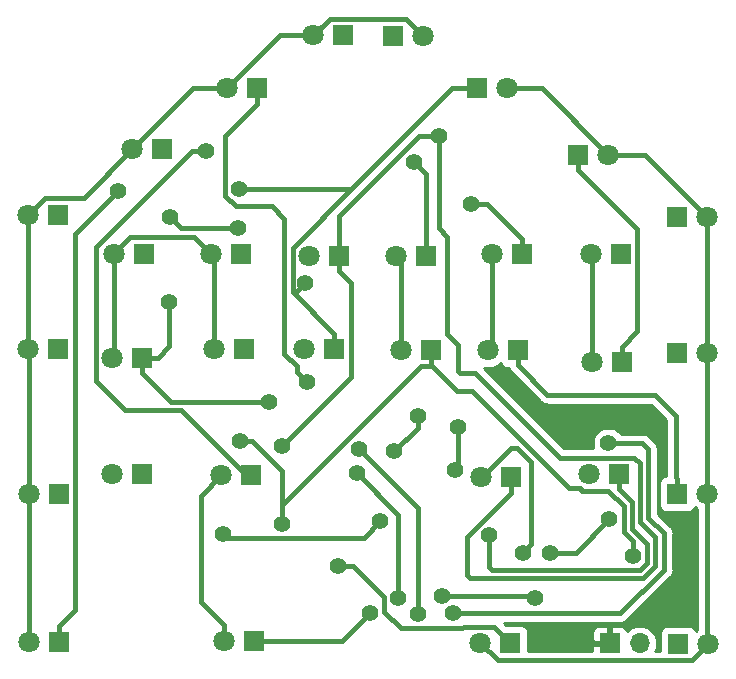
<source format=gbl>
%TF.GenerationSoftware,KiCad,Pcbnew,(5.1.4)-1*%
%TF.CreationDate,2021-08-29T09:46:42+03:00*%
%TF.ProjectId,ark,61726b2e-6b69-4636-9164-5f7063625858,rev?*%
%TF.SameCoordinates,Original*%
%TF.FileFunction,Copper,L2,Bot*%
%TF.FilePolarity,Positive*%
%FSLAX46Y46*%
G04 Gerber Fmt 4.6, Leading zero omitted, Abs format (unit mm)*
G04 Created by KiCad (PCBNEW (5.1.4)-1) date 2021-08-29 09:46:42*
%MOMM*%
%LPD*%
G04 APERTURE LIST*
%TA.AperFunction,ComponentPad*%
%ADD10R,1.700000X1.700000*%
%TD*%
%TA.AperFunction,ComponentPad*%
%ADD11O,1.700000X1.700000*%
%TD*%
%TA.AperFunction,ComponentPad*%
%ADD12R,1.800000X1.800000*%
%TD*%
%TA.AperFunction,ComponentPad*%
%ADD13C,1.800000*%
%TD*%
%TA.AperFunction,ViaPad*%
%ADD14C,1.400000*%
%TD*%
%TA.AperFunction,Conductor*%
%ADD15C,0.400000*%
%TD*%
%TA.AperFunction,Conductor*%
%ADD16C,0.254000*%
%TD*%
G04 APERTURE END LIST*
D10*
%TO.P,P3,1*%
%TO.N,GND*%
X276830000Y-156240000D03*
D11*
%TO.P,P3,2*%
%TO.N,VCC*%
X279370000Y-156240000D03*
%TD*%
D12*
%TO.P,D29,1*%
%TO.N,Net-(D13-Pad1)*%
X237270000Y-132090000D03*
D13*
%TO.P,D29,2*%
%TO.N,Net-(D25-Pad2)*%
X234730000Y-132090000D03*
%TD*%
D12*
%TO.P,D9,1*%
%TO.N,Net-(D1-Pad1)*%
X265580000Y-109280000D03*
D13*
%TO.P,D9,2*%
%TO.N,Net-(D10-Pad2)*%
X268120000Y-109280000D03*
%TD*%
%TO.P,D11,2*%
%TO.N,Net-(D10-Pad2)*%
X285100000Y-120130000D03*
D12*
%TO.P,D11,1*%
%TO.N,Net-(D11-Pad1)*%
X282560000Y-120130000D03*
%TD*%
%TO.P,D12,1*%
%TO.N,Net-(D12-Pad1)*%
X282560000Y-131690000D03*
D13*
%TO.P,D12,2*%
%TO.N,Net-(D10-Pad2)*%
X285100000Y-131690000D03*
%TD*%
%TO.P,D13,2*%
%TO.N,Net-(D10-Pad2)*%
X285100000Y-143620000D03*
D12*
%TO.P,D13,1*%
%TO.N,Net-(D13-Pad1)*%
X282560000Y-143620000D03*
%TD*%
D13*
%TO.P,D16,2*%
%TO.N,Net-(D10-Pad2)*%
X265960000Y-142200000D03*
D12*
%TO.P,D16,1*%
%TO.N,Net-(D16-Pad1)*%
X268500000Y-142200000D03*
%TD*%
%TO.P,D7,1*%
%TO.N,Net-(D15-Pad1)*%
X254280000Y-104770000D03*
D13*
%TO.P,D7,2*%
%TO.N,Net-(D1-Pad2)*%
X251740000Y-104770000D03*
%TD*%
%TO.P,D6,2*%
%TO.N,Net-(D1-Pad2)*%
X244440000Y-109280000D03*
D12*
%TO.P,D6,1*%
%TO.N,Net-(D14-Pad1)*%
X246980000Y-109280000D03*
%TD*%
D13*
%TO.P,D1,2*%
%TO.N,Net-(D1-Pad2)*%
X227660000Y-156130000D03*
D12*
%TO.P,D1,1*%
%TO.N,Net-(D1-Pad1)*%
X230200000Y-156130000D03*
%TD*%
%TO.P,D3,1*%
%TO.N,Net-(D11-Pad1)*%
X230150000Y-131370000D03*
D13*
%TO.P,D3,2*%
%TO.N,Net-(D1-Pad2)*%
X227610000Y-131370000D03*
%TD*%
%TO.P,D4,2*%
%TO.N,Net-(D1-Pad2)*%
X227630000Y-119960000D03*
D12*
%TO.P,D4,1*%
%TO.N,Net-(D12-Pad1)*%
X230170000Y-119960000D03*
%TD*%
%TO.P,D2,1*%
%TO.N,Net-(D10-Pad1)*%
X230210000Y-143610000D03*
D13*
%TO.P,D2,2*%
%TO.N,Net-(D1-Pad2)*%
X227670000Y-143610000D03*
%TD*%
D12*
%TO.P,D5,1*%
%TO.N,Net-(D13-Pad1)*%
X238970000Y-114430000D03*
D13*
%TO.P,D5,2*%
%TO.N,Net-(D1-Pad2)*%
X236430000Y-114430000D03*
%TD*%
D12*
%TO.P,D14,1*%
%TO.N,Net-(D14-Pad1)*%
X282640000Y-156310000D03*
D13*
%TO.P,D14,2*%
%TO.N,Net-(D10-Pad2)*%
X285180000Y-156310000D03*
%TD*%
D12*
%TO.P,D15,1*%
%TO.N,Net-(D15-Pad1)*%
X268430000Y-156250000D03*
D13*
%TO.P,D15,2*%
%TO.N,Net-(D10-Pad2)*%
X265890000Y-156250000D03*
%TD*%
%TO.P,D17,2*%
%TO.N,Net-(D17-Pad2)*%
X275100000Y-141930000D03*
D12*
%TO.P,D17,1*%
%TO.N,Net-(D1-Pad1)*%
X277640000Y-141930000D03*
%TD*%
%TO.P,D18,1*%
%TO.N,Net-(D10-Pad1)*%
X277850000Y-132480000D03*
D13*
%TO.P,D18,2*%
%TO.N,Net-(D17-Pad2)*%
X275310000Y-132480000D03*
%TD*%
D12*
%TO.P,D19,1*%
%TO.N,Net-(D11-Pad1)*%
X277780000Y-123290000D03*
D13*
%TO.P,D19,2*%
%TO.N,Net-(D17-Pad2)*%
X275240000Y-123290000D03*
%TD*%
D12*
%TO.P,D20,1*%
%TO.N,Net-(D12-Pad1)*%
X269440000Y-123320000D03*
D13*
%TO.P,D20,2*%
%TO.N,Net-(D17-Pad2)*%
X266900000Y-123320000D03*
%TD*%
%TO.P,D21,2*%
%TO.N,Net-(D17-Pad2)*%
X266560000Y-131430000D03*
D12*
%TO.P,D21,1*%
%TO.N,Net-(D13-Pad1)*%
X269100000Y-131430000D03*
%TD*%
D13*
%TO.P,D22,2*%
%TO.N,Net-(D17-Pad2)*%
X259160000Y-131390000D03*
D12*
%TO.P,D22,1*%
%TO.N,Net-(D14-Pad1)*%
X261700000Y-131390000D03*
%TD*%
%TO.P,D23,1*%
%TO.N,Net-(D15-Pad1)*%
X261300000Y-123460000D03*
D13*
%TO.P,D23,2*%
%TO.N,Net-(D17-Pad2)*%
X258760000Y-123460000D03*
%TD*%
%TO.P,D24,2*%
%TO.N,Net-(D17-Pad2)*%
X251400000Y-123460000D03*
D12*
%TO.P,D24,1*%
%TO.N,Net-(D16-Pad1)*%
X253940000Y-123460000D03*
%TD*%
D13*
%TO.P,D25,2*%
%TO.N,Net-(D25-Pad2)*%
X250990000Y-131360000D03*
D12*
%TO.P,D25,1*%
%TO.N,Net-(D1-Pad1)*%
X253530000Y-131360000D03*
%TD*%
%TO.P,D26,1*%
%TO.N,Net-(D10-Pad1)*%
X245890000Y-131360000D03*
D13*
%TO.P,D26,2*%
%TO.N,Net-(D25-Pad2)*%
X243350000Y-131360000D03*
%TD*%
D12*
%TO.P,D27,1*%
%TO.N,Net-(D11-Pad1)*%
X245630000Y-123290000D03*
D13*
%TO.P,D27,2*%
%TO.N,Net-(D25-Pad2)*%
X243090000Y-123290000D03*
%TD*%
%TO.P,D30,2*%
%TO.N,Net-(D25-Pad2)*%
X234750000Y-141890000D03*
D12*
%TO.P,D30,1*%
%TO.N,Net-(D14-Pad1)*%
X237290000Y-141890000D03*
%TD*%
%TO.P,D31,1*%
%TO.N,Net-(D15-Pad1)*%
X246500000Y-142030000D03*
D13*
%TO.P,D31,2*%
%TO.N,Net-(D25-Pad2)*%
X243960000Y-142030000D03*
%TD*%
%TO.P,D8,2*%
%TO.N,Net-(D1-Pad2)*%
X261040000Y-104810000D03*
D12*
%TO.P,D8,1*%
%TO.N,Net-(D16-Pad1)*%
X258500000Y-104810000D03*
%TD*%
%TO.P,D10,1*%
%TO.N,Net-(D10-Pad1)*%
X274190000Y-114880000D03*
D13*
%TO.P,D10,2*%
%TO.N,Net-(D10-Pad2)*%
X276730000Y-114880000D03*
%TD*%
D12*
%TO.P,D28,1*%
%TO.N,Net-(D12-Pad1)*%
X237390000Y-123290000D03*
D13*
%TO.P,D28,2*%
%TO.N,Net-(D25-Pad2)*%
X234850000Y-123290000D03*
%TD*%
D12*
%TO.P,D32,1*%
%TO.N,Net-(D16-Pad1)*%
X246710000Y-156020000D03*
D13*
%TO.P,D32,2*%
%TO.N,Net-(D25-Pad2)*%
X244170000Y-156020000D03*
%TD*%
D14*
%TO.N,Net-(D1-Pad1)*%
X245490000Y-117830000D03*
X235230000Y-117990000D03*
X251030000Y-125710000D03*
X266600000Y-147110000D03*
%TO.N,Net-(D10-Pad1)*%
X263556481Y-153715356D03*
X276740000Y-139329999D03*
%TO.N,Net-(D11-Pad1)*%
X257432613Y-145939671D03*
X244120000Y-146980000D03*
%TO.N,Net-(D12-Pad1)*%
X265140000Y-119040000D03*
X245370000Y-121070000D03*
X239660000Y-120160000D03*
X262630000Y-152290000D03*
X270479756Y-152383624D03*
X271780000Y-148590000D03*
X276814981Y-145740000D03*
%TO.N,Net-(D13-Pad1)*%
X247960000Y-135840000D03*
X239570000Y-127380000D03*
%TO.N,Net-(D14-Pad1)*%
X245540000Y-139110000D03*
X249120000Y-146140000D03*
X278810000Y-148860000D03*
X251220000Y-134170000D03*
%TO.N,Net-(D15-Pad1)*%
X260300000Y-115490000D03*
X253880000Y-149720000D03*
X242640000Y-114610000D03*
%TO.N,Net-(D16-Pad1)*%
X262380000Y-113340000D03*
X249080000Y-139580000D03*
X256540000Y-153670000D03*
%TO.N,Net-(D10-Pad2)*%
X269510000Y-148590000D03*
%TO.N,Net-(IC1-Pad17)*%
X264040000Y-137920000D03*
X263740000Y-141550000D03*
%TO.N,Net-(IC1-Pad18)*%
X260580000Y-137040000D03*
X258620000Y-139960000D03*
%TO.N,Net-(IC1-Pad1)*%
X255650000Y-139820000D03*
X260650000Y-153780000D03*
%TO.N,Net-(IC1-Pad2)*%
X258960000Y-152410000D03*
X255410000Y-141810000D03*
%TD*%
D15*
%TO.N,Net-(D1-Pad1)*%
X253530000Y-130060000D02*
X253530000Y-131360000D01*
X249999999Y-126529999D02*
X253530000Y-130060000D01*
X249999999Y-122787999D02*
X249999999Y-126529999D01*
X265580000Y-109280000D02*
X263507998Y-109280000D01*
X254957998Y-117830000D02*
X255133999Y-117653999D01*
X263507998Y-109280000D02*
X255133999Y-117653999D01*
X255133999Y-117653999D02*
X249999999Y-122787999D01*
X245490000Y-117830000D02*
X254957998Y-117830000D01*
X231610001Y-121609999D02*
X235230000Y-117990000D01*
X231610001Y-153419999D02*
X231610001Y-121609999D01*
X230200000Y-156130000D02*
X230200000Y-154830000D01*
X230200000Y-154830000D02*
X231610001Y-153419999D01*
X250119999Y-126409999D02*
X249999999Y-126529999D01*
X250330001Y-126409999D02*
X250119999Y-126409999D01*
X251030000Y-125710000D02*
X250330001Y-126409999D01*
X266600000Y-149760000D02*
X266600000Y-147110000D01*
X266900001Y-150060001D02*
X266600000Y-149760000D01*
X279386001Y-150060001D02*
X266900001Y-150060001D01*
X277640000Y-141930000D02*
X277640000Y-143230000D01*
X277640000Y-143230000D02*
X278714991Y-144304991D01*
X278714991Y-144304991D02*
X278714991Y-146544991D01*
X278714991Y-146544991D02*
X280010001Y-147840001D01*
X280010001Y-147840001D02*
X280010001Y-149436001D01*
X280010001Y-149436001D02*
X279386001Y-150060001D01*
%TO.N,Net-(D1-Pad2)*%
X227660000Y-143620000D02*
X227670000Y-143610000D01*
X227660000Y-156130000D02*
X227660000Y-143620000D01*
X227670000Y-131430000D02*
X227610000Y-131370000D01*
X227670000Y-143610000D02*
X227670000Y-131430000D01*
X227610000Y-119980000D02*
X227630000Y-119960000D01*
X227610000Y-131370000D02*
X227610000Y-119980000D01*
X241580000Y-109280000D02*
X244440000Y-109280000D01*
X236430000Y-114430000D02*
X241580000Y-109280000D01*
X248950000Y-104770000D02*
X251740000Y-104770000D01*
X244440000Y-109280000D02*
X248950000Y-104770000D01*
X260140001Y-103910001D02*
X261040000Y-104810000D01*
X259599999Y-103369999D02*
X260140001Y-103910001D01*
X253140001Y-103369999D02*
X259599999Y-103369999D01*
X251740000Y-104770000D02*
X253140001Y-103369999D01*
X228529999Y-119060001D02*
X227630000Y-119960000D01*
X229030001Y-118559999D02*
X228529999Y-119060001D01*
X232300001Y-118559999D02*
X229030001Y-118559999D01*
X236430000Y-114430000D02*
X232300001Y-118559999D01*
%TO.N,Net-(D10-Pad1)*%
X277850000Y-131180000D02*
X277850000Y-132480000D01*
X279180001Y-129849999D02*
X277850000Y-131180000D01*
X279180001Y-121170001D02*
X279180001Y-129849999D01*
X274190000Y-116180000D02*
X279180001Y-121170001D01*
X274190000Y-114880000D02*
X274190000Y-116180000D01*
X263556481Y-153715356D02*
X277710572Y-153715356D01*
X281410021Y-150015907D02*
X281410021Y-146950058D01*
X281410021Y-146950058D02*
X280115011Y-145655048D01*
X280115011Y-145655048D02*
X280115011Y-139845011D01*
X277710572Y-153715356D02*
X281410021Y-150015907D01*
X280115011Y-139845011D02*
X279599999Y-139329999D01*
X279599999Y-139329999D02*
X276740000Y-139329999D01*
%TO.N,Net-(D11-Pad1)*%
X244480001Y-147340001D02*
X244120000Y-146980000D01*
X257432613Y-145939671D02*
X256032283Y-147340001D01*
X256032283Y-147340001D02*
X244480001Y-147340001D01*
%TO.N,Net-(D12-Pad1)*%
X266460000Y-119040000D02*
X265140000Y-119040000D01*
X269440000Y-123320000D02*
X269440000Y-122020000D01*
X269440000Y-122020000D02*
X266460000Y-119040000D01*
X245370000Y-121070000D02*
X240570000Y-121070000D01*
X240570000Y-121070000D02*
X239660000Y-120160000D01*
X262630000Y-152290000D02*
X270386132Y-152290000D01*
X270386132Y-152290000D02*
X270479756Y-152383624D01*
X271780000Y-148590000D02*
X273964981Y-148590000D01*
X273964981Y-148590000D02*
X276814981Y-145740000D01*
%TO.N,Net-(D13-Pad1)*%
X237270000Y-133390000D02*
X237270000Y-132090000D01*
X239720000Y-135840000D02*
X237270000Y-133390000D01*
X247960000Y-135840000D02*
X239720000Y-135840000D01*
X238570000Y-132090000D02*
X237270000Y-132090000D01*
X239570000Y-131090000D02*
X238570000Y-132090000D01*
X239570000Y-127380000D02*
X239570000Y-131090000D01*
X269100000Y-132730000D02*
X269100000Y-131430000D01*
X282560000Y-143620000D02*
X282560000Y-142320000D01*
X282560000Y-142320000D02*
X282430000Y-142190000D01*
X282430000Y-142190000D02*
X282430000Y-136970000D01*
X282430000Y-136970000D02*
X280670010Y-135210010D01*
X280670010Y-135210010D02*
X271580010Y-135210010D01*
X271580010Y-135210010D02*
X269100000Y-132730000D01*
%TO.N,Net-(D14-Pad1)*%
X249120000Y-141700051D02*
X249120000Y-146140000D01*
X245540000Y-139110000D02*
X246529949Y-139110000D01*
X246529949Y-139110000D02*
X249120000Y-141700051D01*
X261700000Y-132690000D02*
X261700000Y-131390000D01*
X261599999Y-132790001D02*
X261700000Y-132690000D01*
X249120000Y-145150051D02*
X249120000Y-146140000D01*
X249120000Y-144573998D02*
X249120000Y-145150051D01*
X260903997Y-132790001D02*
X249120000Y-144573998D01*
X261599999Y-132790001D02*
X260903997Y-132790001D01*
X244289999Y-118370001D02*
X244289999Y-113270001D01*
X244289999Y-113270001D02*
X246980000Y-110580000D01*
X250347999Y-132790001D02*
X249299989Y-131741991D01*
X249299989Y-131741991D02*
X249299989Y-120299989D01*
X249299989Y-120299989D02*
X248250000Y-119250000D01*
X246980000Y-110580000D02*
X246980000Y-109280000D01*
X248250000Y-119250000D02*
X245169998Y-119250000D01*
X245169998Y-119250000D02*
X244289999Y-118370001D01*
X250347999Y-132790001D02*
X250347999Y-133297999D01*
X250347999Y-133297999D02*
X251220000Y-134170000D01*
X261790003Y-132790001D02*
X261599999Y-132790001D01*
X278810000Y-148860000D02*
X278810000Y-147629962D01*
X278810000Y-147629962D02*
X278014981Y-146834944D01*
X278014981Y-144664981D02*
X276680001Y-143330001D01*
X276680001Y-143330001D02*
X274510039Y-143330001D01*
X278014981Y-146834944D02*
X278014981Y-144664981D01*
X274510039Y-143330001D02*
X274325037Y-143144999D01*
X265160001Y-134889999D02*
X273415001Y-143144999D01*
X263890001Y-134889999D02*
X265160001Y-134889999D01*
X274325037Y-143144999D02*
X273415001Y-143144999D01*
X263890001Y-134889999D02*
X261790003Y-132790001D01*
%TO.N,Net-(D15-Pad1)*%
X261300000Y-123460000D02*
X261300000Y-116490000D01*
X261300000Y-116490000D02*
X260300000Y-115490000D01*
X233329999Y-122737999D02*
X241457998Y-114610000D01*
X241457998Y-114610000D02*
X242640000Y-114610000D01*
X267029999Y-154849999D02*
X268430000Y-156250000D01*
X264509999Y-154849999D02*
X267029999Y-154849999D01*
X264379997Y-154980001D02*
X264509999Y-154849999D01*
X259140001Y-154980001D02*
X264379997Y-154980001D01*
X235850010Y-136540010D02*
X233329999Y-134019999D01*
X240542012Y-136540010D02*
X235850010Y-136540010D01*
X246032002Y-142030000D02*
X240542012Y-136540010D01*
X246500000Y-142030000D02*
X246032002Y-142030000D01*
X233329999Y-134019999D02*
X233329999Y-122737999D01*
X257759999Y-153599999D02*
X257759999Y-152349999D01*
X259140001Y-154980001D02*
X257759999Y-153599999D01*
X255130000Y-149720000D02*
X253880000Y-149720000D01*
X257759999Y-152349999D02*
X255130000Y-149720000D01*
%TO.N,Net-(D16-Pad1)*%
X260673998Y-113340000D02*
X262380000Y-113340000D01*
X253940000Y-123460000D02*
X253940000Y-120073998D01*
X253940000Y-120073998D02*
X260673998Y-113340000D01*
X253940000Y-124760000D02*
X253940000Y-123460000D01*
X254930001Y-125750001D02*
X253940000Y-124760000D01*
X254930001Y-133729999D02*
X254930001Y-125750001D01*
X249080000Y-139580000D02*
X254930001Y-133729999D01*
X254190000Y-156020000D02*
X246710000Y-156020000D01*
X256540000Y-153670000D02*
X254190000Y-156020000D01*
X263079999Y-121819999D02*
X262380000Y-121120000D01*
X263079999Y-130069997D02*
X263079999Y-121819999D01*
X262380000Y-121120000D02*
X262380000Y-113340000D01*
X280710011Y-149725954D02*
X280710011Y-147240011D01*
X265060011Y-150760011D02*
X279675954Y-150760011D01*
X279415001Y-141004999D02*
X278940001Y-140529999D01*
X264740000Y-150440000D02*
X265060011Y-150760011D01*
X264740000Y-147260000D02*
X264740000Y-150440000D01*
X278940001Y-140529999D02*
X272609999Y-140529999D01*
X268500000Y-143500000D02*
X264740000Y-147260000D01*
X280710011Y-147240011D02*
X279415001Y-145945001D01*
X263995001Y-133185001D02*
X263995001Y-130984999D01*
X268500000Y-142200000D02*
X268500000Y-143500000D01*
X279415001Y-145945001D02*
X279415001Y-141004999D01*
X272609999Y-140529999D02*
X265430000Y-133350000D01*
X265430000Y-133350000D02*
X264160000Y-133350000D01*
X279675954Y-150760011D02*
X280710011Y-149725954D01*
X264160000Y-133350000D02*
X263995001Y-133185001D01*
X263995001Y-130984999D02*
X263079999Y-130069997D01*
%TO.N,Net-(D10-Pad2)*%
X271130000Y-109280000D02*
X276730000Y-114880000D01*
X268120000Y-109280000D02*
X271130000Y-109280000D01*
X279850000Y-114880000D02*
X285100000Y-120130000D01*
X276730000Y-114880000D02*
X279850000Y-114880000D01*
X285100000Y-121402792D02*
X285100000Y-131690000D01*
X285100000Y-120130000D02*
X285100000Y-121402792D01*
X285100000Y-132962792D02*
X285100000Y-143620000D01*
X285100000Y-131690000D02*
X285100000Y-132962792D01*
X285100000Y-156230000D02*
X285180000Y-156310000D01*
X285100000Y-143620000D02*
X285100000Y-156230000D01*
X284280001Y-157209999D02*
X285180000Y-156310000D01*
X283779999Y-157710001D02*
X284280001Y-157209999D01*
X267350001Y-157710001D02*
X283779999Y-157710001D01*
X265890000Y-156250000D02*
X267350001Y-157710001D01*
X266859999Y-141300001D02*
X265960000Y-142200000D01*
X268460000Y-139700000D02*
X266859999Y-141300001D01*
X268980040Y-139700000D02*
X268460000Y-139700000D01*
X270209999Y-140929959D02*
X268980040Y-139700000D01*
X270209999Y-147890001D02*
X270209999Y-140929959D01*
X269510000Y-148590000D02*
X270209999Y-147890001D01*
%TO.N,Net-(D17-Pad2)*%
X275310000Y-123360000D02*
X275240000Y-123290000D01*
X275310000Y-132480000D02*
X275310000Y-123360000D01*
X266900000Y-131090000D02*
X266560000Y-131430000D01*
X266900000Y-123320000D02*
X266900000Y-131090000D01*
X259160000Y-123860000D02*
X258760000Y-123460000D01*
X259160000Y-131390000D02*
X259160000Y-123860000D01*
%TO.N,Net-(D25-Pad2)*%
X243350000Y-123550000D02*
X243090000Y-123290000D01*
X243350000Y-131360000D02*
X243350000Y-123550000D01*
X235749999Y-122390001D02*
X234850000Y-123290000D01*
X236250001Y-121889999D02*
X235749999Y-122390001D01*
X241689999Y-121889999D02*
X236250001Y-121889999D01*
X243090000Y-123290000D02*
X241689999Y-121889999D01*
X234850000Y-131970000D02*
X234730000Y-132090000D01*
X234850000Y-123290000D02*
X234850000Y-131970000D01*
X244170000Y-154747208D02*
X242210000Y-152787208D01*
X244170000Y-156020000D02*
X244170000Y-154747208D01*
X242210000Y-143780000D02*
X243960000Y-142030000D01*
X242210000Y-152787208D02*
X242210000Y-143780000D01*
%TO.N,Net-(IC1-Pad17)*%
X264040000Y-137920000D02*
X264040000Y-141250000D01*
X264040000Y-141250000D02*
X263740000Y-141550000D01*
%TO.N,Net-(IC1-Pad18)*%
X260580000Y-137040000D02*
X260580000Y-138000000D01*
X260580000Y-138000000D02*
X258620000Y-139960000D01*
%TO.N,Net-(IC1-Pad1)*%
X260650000Y-144820000D02*
X255650000Y-139820000D01*
X260650000Y-153780000D02*
X260650000Y-144820000D01*
%TO.N,Net-(IC1-Pad2)*%
X258960000Y-145360000D02*
X255410000Y-141810000D01*
X258960000Y-152410000D02*
X258960000Y-145360000D01*
%TD*%
D16*
%TO.N,GND*%
G36*
X267610498Y-132574180D02*
G01*
X267669463Y-132684494D01*
X267748815Y-132781185D01*
X267845506Y-132860537D01*
X267955820Y-132919502D01*
X268075518Y-132955812D01*
X268200000Y-132968072D01*
X268299646Y-132968072D01*
X268324828Y-133051086D01*
X268402364Y-133196145D01*
X268506709Y-133323291D01*
X268538579Y-133349446D01*
X270960573Y-135771442D01*
X270986719Y-135803301D01*
X271018578Y-135829447D01*
X271018580Y-135829449D01*
X271052077Y-135856939D01*
X271113864Y-135907646D01*
X271258923Y-135985182D01*
X271416321Y-136032928D01*
X271538991Y-136045010D01*
X271538992Y-136045010D01*
X271580010Y-136049050D01*
X271621028Y-136045010D01*
X280324143Y-136045010D01*
X281595001Y-137315870D01*
X281595000Y-142088330D01*
X281535518Y-142094188D01*
X281415820Y-142130498D01*
X281305506Y-142189463D01*
X281208815Y-142268815D01*
X281129463Y-142365506D01*
X281070498Y-142475820D01*
X281034188Y-142595518D01*
X281021928Y-142720000D01*
X281021928Y-144520000D01*
X281034188Y-144644482D01*
X281070498Y-144764180D01*
X281129463Y-144874494D01*
X281208815Y-144971185D01*
X281305506Y-145050537D01*
X281415820Y-145109502D01*
X281535518Y-145145812D01*
X281660000Y-145158072D01*
X283460000Y-145158072D01*
X283584482Y-145145812D01*
X283704180Y-145109502D01*
X283814494Y-145050537D01*
X283911185Y-144971185D01*
X283990537Y-144874494D01*
X284049502Y-144764180D01*
X284055056Y-144745873D01*
X284121495Y-144812312D01*
X284265000Y-144908199D01*
X284265001Y-155075255D01*
X284201495Y-155117688D01*
X284135056Y-155184127D01*
X284129502Y-155165820D01*
X284070537Y-155055506D01*
X283991185Y-154958815D01*
X283894494Y-154879463D01*
X283784180Y-154820498D01*
X283664482Y-154784188D01*
X283540000Y-154771928D01*
X281740000Y-154771928D01*
X281615518Y-154784188D01*
X281495820Y-154820498D01*
X281385506Y-154879463D01*
X281288815Y-154958815D01*
X281209463Y-155055506D01*
X281150498Y-155165820D01*
X281114188Y-155285518D01*
X281101928Y-155410000D01*
X281101928Y-156875001D01*
X280714408Y-156875001D01*
X280748599Y-156811034D01*
X280833513Y-156531111D01*
X280862185Y-156240000D01*
X280833513Y-155948889D01*
X280748599Y-155668966D01*
X280610706Y-155410986D01*
X280425134Y-155184866D01*
X280199014Y-154999294D01*
X279941034Y-154861401D01*
X279661111Y-154776487D01*
X279442950Y-154755000D01*
X279297050Y-154755000D01*
X279078889Y-154776487D01*
X278798966Y-154861401D01*
X278540986Y-154999294D01*
X278314866Y-155184866D01*
X278290393Y-155214687D01*
X278269502Y-155145820D01*
X278210537Y-155035506D01*
X278131185Y-154938815D01*
X278034494Y-154859463D01*
X277924180Y-154800498D01*
X277804482Y-154764188D01*
X277680000Y-154751928D01*
X277115750Y-154755000D01*
X276957000Y-154913750D01*
X276957000Y-156113000D01*
X276977000Y-156113000D01*
X276977000Y-156367000D01*
X276957000Y-156367000D01*
X276957000Y-156387000D01*
X276703000Y-156387000D01*
X276703000Y-156367000D01*
X275503750Y-156367000D01*
X275345000Y-156525750D01*
X275343099Y-156875001D01*
X269968072Y-156875001D01*
X269968072Y-155390000D01*
X275341928Y-155390000D01*
X275345000Y-155954250D01*
X275503750Y-156113000D01*
X276703000Y-156113000D01*
X276703000Y-154913750D01*
X276544250Y-154755000D01*
X275980000Y-154751928D01*
X275855518Y-154764188D01*
X275735820Y-154800498D01*
X275625506Y-154859463D01*
X275528815Y-154938815D01*
X275449463Y-155035506D01*
X275390498Y-155145820D01*
X275354188Y-155265518D01*
X275341928Y-155390000D01*
X269968072Y-155390000D01*
X269968072Y-155350000D01*
X269955812Y-155225518D01*
X269919502Y-155105820D01*
X269860537Y-154995506D01*
X269781185Y-154898815D01*
X269684494Y-154819463D01*
X269574180Y-154760498D01*
X269454482Y-154724188D01*
X269330000Y-154711928D01*
X268072795Y-154711928D01*
X267911223Y-154550356D01*
X277669554Y-154550356D01*
X277710572Y-154554396D01*
X277751590Y-154550356D01*
X277751591Y-154550356D01*
X277874261Y-154538274D01*
X278031659Y-154490528D01*
X278176718Y-154412992D01*
X278303863Y-154308647D01*
X278330018Y-154276777D01*
X281971454Y-150635343D01*
X282003312Y-150609198D01*
X282039590Y-150564994D01*
X282107657Y-150482053D01*
X282185193Y-150336994D01*
X282232939Y-150179596D01*
X282249061Y-150015907D01*
X282245021Y-149974889D01*
X282245021Y-146991076D01*
X282249061Y-146950058D01*
X282233364Y-146790684D01*
X282232939Y-146786369D01*
X282185193Y-146628971D01*
X282107657Y-146483912D01*
X282048939Y-146412364D01*
X282029460Y-146388628D01*
X282029458Y-146388626D01*
X282003312Y-146356767D01*
X281971453Y-146330621D01*
X280950011Y-145309181D01*
X280950011Y-139886029D01*
X280954051Y-139845011D01*
X280937929Y-139681322D01*
X280890183Y-139523924D01*
X280812647Y-139378865D01*
X280772544Y-139329999D01*
X280708302Y-139251720D01*
X280676437Y-139225569D01*
X280219444Y-138768577D01*
X280193290Y-138736708D01*
X280066145Y-138632363D01*
X279921086Y-138554827D01*
X279763688Y-138507081D01*
X279641018Y-138494999D01*
X279641017Y-138494999D01*
X279599999Y-138490959D01*
X279558981Y-138494999D01*
X277787661Y-138494999D01*
X277776962Y-138478986D01*
X277591013Y-138293037D01*
X277372359Y-138146938D01*
X277129405Y-138046303D01*
X276871486Y-137994999D01*
X276608514Y-137994999D01*
X276350595Y-138046303D01*
X276107641Y-138146938D01*
X275888987Y-138293037D01*
X275703038Y-138478986D01*
X275556939Y-138697640D01*
X275456304Y-138940594D01*
X275405000Y-139198513D01*
X275405000Y-139461485D01*
X275451449Y-139694999D01*
X272955868Y-139694999D01*
X266180441Y-132919573D01*
X266408816Y-132965000D01*
X266711184Y-132965000D01*
X267007743Y-132906011D01*
X267287095Y-132790299D01*
X267538505Y-132622312D01*
X267604944Y-132555873D01*
X267610498Y-132574180D01*
X267610498Y-132574180D01*
G37*
X267610498Y-132574180D02*
X267669463Y-132684494D01*
X267748815Y-132781185D01*
X267845506Y-132860537D01*
X267955820Y-132919502D01*
X268075518Y-132955812D01*
X268200000Y-132968072D01*
X268299646Y-132968072D01*
X268324828Y-133051086D01*
X268402364Y-133196145D01*
X268506709Y-133323291D01*
X268538579Y-133349446D01*
X270960573Y-135771442D01*
X270986719Y-135803301D01*
X271018578Y-135829447D01*
X271018580Y-135829449D01*
X271052077Y-135856939D01*
X271113864Y-135907646D01*
X271258923Y-135985182D01*
X271416321Y-136032928D01*
X271538991Y-136045010D01*
X271538992Y-136045010D01*
X271580010Y-136049050D01*
X271621028Y-136045010D01*
X280324143Y-136045010D01*
X281595001Y-137315870D01*
X281595000Y-142088330D01*
X281535518Y-142094188D01*
X281415820Y-142130498D01*
X281305506Y-142189463D01*
X281208815Y-142268815D01*
X281129463Y-142365506D01*
X281070498Y-142475820D01*
X281034188Y-142595518D01*
X281021928Y-142720000D01*
X281021928Y-144520000D01*
X281034188Y-144644482D01*
X281070498Y-144764180D01*
X281129463Y-144874494D01*
X281208815Y-144971185D01*
X281305506Y-145050537D01*
X281415820Y-145109502D01*
X281535518Y-145145812D01*
X281660000Y-145158072D01*
X283460000Y-145158072D01*
X283584482Y-145145812D01*
X283704180Y-145109502D01*
X283814494Y-145050537D01*
X283911185Y-144971185D01*
X283990537Y-144874494D01*
X284049502Y-144764180D01*
X284055056Y-144745873D01*
X284121495Y-144812312D01*
X284265000Y-144908199D01*
X284265001Y-155075255D01*
X284201495Y-155117688D01*
X284135056Y-155184127D01*
X284129502Y-155165820D01*
X284070537Y-155055506D01*
X283991185Y-154958815D01*
X283894494Y-154879463D01*
X283784180Y-154820498D01*
X283664482Y-154784188D01*
X283540000Y-154771928D01*
X281740000Y-154771928D01*
X281615518Y-154784188D01*
X281495820Y-154820498D01*
X281385506Y-154879463D01*
X281288815Y-154958815D01*
X281209463Y-155055506D01*
X281150498Y-155165820D01*
X281114188Y-155285518D01*
X281101928Y-155410000D01*
X281101928Y-156875001D01*
X280714408Y-156875001D01*
X280748599Y-156811034D01*
X280833513Y-156531111D01*
X280862185Y-156240000D01*
X280833513Y-155948889D01*
X280748599Y-155668966D01*
X280610706Y-155410986D01*
X280425134Y-155184866D01*
X280199014Y-154999294D01*
X279941034Y-154861401D01*
X279661111Y-154776487D01*
X279442950Y-154755000D01*
X279297050Y-154755000D01*
X279078889Y-154776487D01*
X278798966Y-154861401D01*
X278540986Y-154999294D01*
X278314866Y-155184866D01*
X278290393Y-155214687D01*
X278269502Y-155145820D01*
X278210537Y-155035506D01*
X278131185Y-154938815D01*
X278034494Y-154859463D01*
X277924180Y-154800498D01*
X277804482Y-154764188D01*
X277680000Y-154751928D01*
X277115750Y-154755000D01*
X276957000Y-154913750D01*
X276957000Y-156113000D01*
X276977000Y-156113000D01*
X276977000Y-156367000D01*
X276957000Y-156367000D01*
X276957000Y-156387000D01*
X276703000Y-156387000D01*
X276703000Y-156367000D01*
X275503750Y-156367000D01*
X275345000Y-156525750D01*
X275343099Y-156875001D01*
X269968072Y-156875001D01*
X269968072Y-155390000D01*
X275341928Y-155390000D01*
X275345000Y-155954250D01*
X275503750Y-156113000D01*
X276703000Y-156113000D01*
X276703000Y-154913750D01*
X276544250Y-154755000D01*
X275980000Y-154751928D01*
X275855518Y-154764188D01*
X275735820Y-154800498D01*
X275625506Y-154859463D01*
X275528815Y-154938815D01*
X275449463Y-155035506D01*
X275390498Y-155145820D01*
X275354188Y-155265518D01*
X275341928Y-155390000D01*
X269968072Y-155390000D01*
X269968072Y-155350000D01*
X269955812Y-155225518D01*
X269919502Y-155105820D01*
X269860537Y-154995506D01*
X269781185Y-154898815D01*
X269684494Y-154819463D01*
X269574180Y-154760498D01*
X269454482Y-154724188D01*
X269330000Y-154711928D01*
X268072795Y-154711928D01*
X267911223Y-154550356D01*
X277669554Y-154550356D01*
X277710572Y-154554396D01*
X277751590Y-154550356D01*
X277751591Y-154550356D01*
X277874261Y-154538274D01*
X278031659Y-154490528D01*
X278176718Y-154412992D01*
X278303863Y-154308647D01*
X278330018Y-154276777D01*
X281971454Y-150635343D01*
X282003312Y-150609198D01*
X282039590Y-150564994D01*
X282107657Y-150482053D01*
X282185193Y-150336994D01*
X282232939Y-150179596D01*
X282249061Y-150015907D01*
X282245021Y-149974889D01*
X282245021Y-146991076D01*
X282249061Y-146950058D01*
X282233364Y-146790684D01*
X282232939Y-146786369D01*
X282185193Y-146628971D01*
X282107657Y-146483912D01*
X282048939Y-146412364D01*
X282029460Y-146388628D01*
X282029458Y-146388626D01*
X282003312Y-146356767D01*
X281971453Y-146330621D01*
X280950011Y-145309181D01*
X280950011Y-139886029D01*
X280954051Y-139845011D01*
X280937929Y-139681322D01*
X280890183Y-139523924D01*
X280812647Y-139378865D01*
X280772544Y-139329999D01*
X280708302Y-139251720D01*
X280676437Y-139225569D01*
X280219444Y-138768577D01*
X280193290Y-138736708D01*
X280066145Y-138632363D01*
X279921086Y-138554827D01*
X279763688Y-138507081D01*
X279641018Y-138494999D01*
X279641017Y-138494999D01*
X279599999Y-138490959D01*
X279558981Y-138494999D01*
X277787661Y-138494999D01*
X277776962Y-138478986D01*
X277591013Y-138293037D01*
X277372359Y-138146938D01*
X277129405Y-138046303D01*
X276871486Y-137994999D01*
X276608514Y-137994999D01*
X276350595Y-138046303D01*
X276107641Y-138146938D01*
X275888987Y-138293037D01*
X275703038Y-138478986D01*
X275556939Y-138697640D01*
X275456304Y-138940594D01*
X275405000Y-139198513D01*
X275405000Y-139461485D01*
X275451449Y-139694999D01*
X272955868Y-139694999D01*
X266180441Y-132919573D01*
X266408816Y-132965000D01*
X266711184Y-132965000D01*
X267007743Y-132906011D01*
X267287095Y-132790299D01*
X267538505Y-132622312D01*
X267604944Y-132555873D01*
X267610498Y-132574180D01*
%TD*%
M02*

</source>
